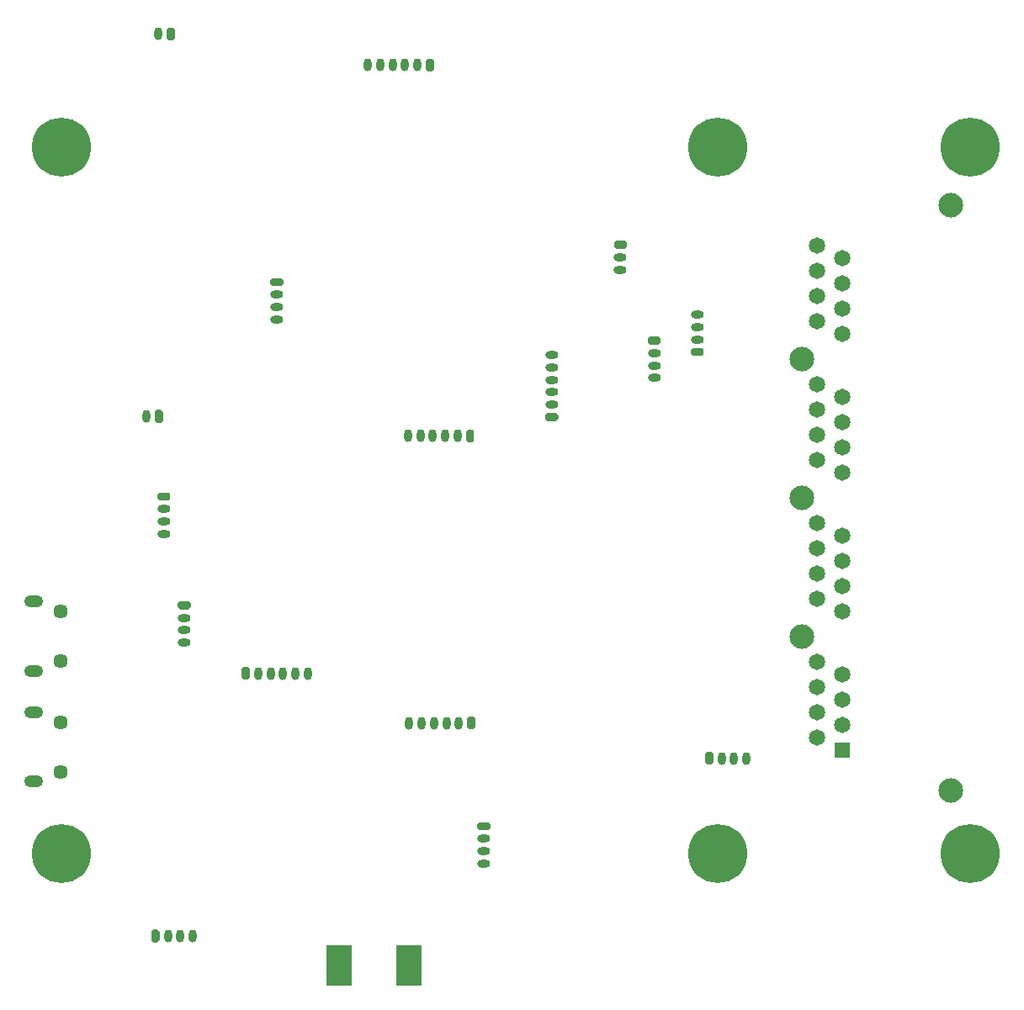
<source format=gbr>
G04 #@! TF.GenerationSoftware,KiCad,Pcbnew,(5.1.7)-1*
G04 #@! TF.CreationDate,2020-11-09T22:13:17+01:00*
G04 #@! TF.ProjectId,vario,76617269-6f2e-46b6-9963-61645f706362,v1.0*
G04 #@! TF.SameCoordinates,Original*
G04 #@! TF.FileFunction,Soldermask,Bot*
G04 #@! TF.FilePolarity,Negative*
%FSLAX46Y46*%
G04 Gerber Fmt 4.6, Leading zero omitted, Abs format (unit mm)*
G04 Created by KiCad (PCBNEW (5.1.7)-1) date 2020-11-09 22:13:17*
%MOMM*%
%LPD*%
G01*
G04 APERTURE LIST*
%ADD10C,5.940000*%
%ADD11O,1.300000X0.800000*%
%ADD12O,0.800000X1.300000*%
%ADD13R,2.665000X4.190000*%
%ADD14O,1.900000X1.200000*%
%ADD15C,1.450000*%
%ADD16R,1.650000X1.650000*%
%ADD17C,1.650000*%
%ADD18C,2.475000*%
G04 APERTURE END LIST*
D10*
X200220000Y-119570000D03*
X200220000Y-48480000D03*
X134180000Y-119570000D03*
X225620000Y-119570000D03*
X225620000Y-48450000D03*
X134180000Y-48480000D03*
G36*
G01*
X183940000Y-76050000D02*
X183040000Y-76050000D01*
G75*
G02*
X182840000Y-75850000I0J200000D01*
G01*
X182840000Y-75450000D01*
G75*
G02*
X183040000Y-75250000I200000J0D01*
G01*
X183940000Y-75250000D01*
G75*
G02*
X184140000Y-75450000I0J-200000D01*
G01*
X184140000Y-75850000D01*
G75*
G02*
X183940000Y-76050000I-200000J0D01*
G01*
G37*
D11*
X183490000Y-74400000D03*
X183490000Y-73150000D03*
X183490000Y-71900000D03*
X183490000Y-70650000D03*
X183490000Y-69400000D03*
D12*
X142702000Y-75570000D03*
G36*
G01*
X144352000Y-75120000D02*
X144352000Y-76020000D01*
G75*
G02*
X144152000Y-76220000I-200000J0D01*
G01*
X143752000Y-76220000D01*
G75*
G02*
X143552000Y-76020000I0J200000D01*
G01*
X143552000Y-75120000D01*
G75*
G02*
X143752000Y-74920000I200000J0D01*
G01*
X144152000Y-74920000D01*
G75*
G02*
X144352000Y-75120000I0J-200000D01*
G01*
G37*
G36*
G01*
X152290000Y-101900000D02*
X152290000Y-101000000D01*
G75*
G02*
X152490000Y-100800000I200000J0D01*
G01*
X152890000Y-100800000D01*
G75*
G02*
X153090000Y-101000000I0J-200000D01*
G01*
X153090000Y-101900000D01*
G75*
G02*
X152890000Y-102100000I-200000J0D01*
G01*
X152490000Y-102100000D01*
G75*
G02*
X152290000Y-101900000I0J200000D01*
G01*
G37*
X153940000Y-101450000D03*
X155190000Y-101450000D03*
X156440000Y-101450000D03*
X157690000Y-101450000D03*
X158940000Y-101450000D03*
G36*
G01*
X143210000Y-128340000D02*
X143210000Y-127440000D01*
G75*
G02*
X143410000Y-127240000I200000J0D01*
G01*
X143810000Y-127240000D01*
G75*
G02*
X144010000Y-127440000I0J-200000D01*
G01*
X144010000Y-128340000D01*
G75*
G02*
X143810000Y-128540000I-200000J0D01*
G01*
X143410000Y-128540000D01*
G75*
G02*
X143210000Y-128340000I0J200000D01*
G01*
G37*
X144860000Y-127890000D03*
X146110000Y-127890000D03*
X147360000Y-127890000D03*
G36*
G01*
X155370000Y-61670000D02*
X156270000Y-61670000D01*
G75*
G02*
X156470000Y-61870000I0J-200000D01*
G01*
X156470000Y-62270000D01*
G75*
G02*
X156270000Y-62470000I-200000J0D01*
G01*
X155370000Y-62470000D01*
G75*
G02*
X155170000Y-62270000I0J200000D01*
G01*
X155170000Y-61870000D01*
G75*
G02*
X155370000Y-61670000I200000J0D01*
G01*
G37*
D11*
X155820000Y-63320000D03*
X155820000Y-64570000D03*
X155820000Y-65820000D03*
G36*
G01*
X145560000Y-36630000D02*
X145560000Y-37530000D01*
G75*
G02*
X145360000Y-37730000I-200000J0D01*
G01*
X144960000Y-37730000D01*
G75*
G02*
X144760000Y-37530000I0J200000D01*
G01*
X144760000Y-36630000D01*
G75*
G02*
X144960000Y-36430000I200000J0D01*
G01*
X145360000Y-36430000D01*
G75*
G02*
X145560000Y-36630000I0J-200000D01*
G01*
G37*
D12*
X143910000Y-37080000D03*
D11*
X176640000Y-120600000D03*
X176640000Y-119350000D03*
X176640000Y-118100000D03*
G36*
G01*
X176190000Y-116450000D02*
X177090000Y-116450000D01*
G75*
G02*
X177290000Y-116650000I0J-200000D01*
G01*
X177290000Y-117050000D01*
G75*
G02*
X177090000Y-117250000I-200000J0D01*
G01*
X176190000Y-117250000D01*
G75*
G02*
X175990000Y-117050000I0J200000D01*
G01*
X175990000Y-116650000D01*
G75*
G02*
X176190000Y-116450000I200000J0D01*
G01*
G37*
G36*
G01*
X146050000Y-94200000D02*
X146950000Y-94200000D01*
G75*
G02*
X147150000Y-94400000I0J-200000D01*
G01*
X147150000Y-94800000D01*
G75*
G02*
X146950000Y-95000000I-200000J0D01*
G01*
X146050000Y-95000000D01*
G75*
G02*
X145850000Y-94800000I0J200000D01*
G01*
X145850000Y-94400000D01*
G75*
G02*
X146050000Y-94200000I200000J0D01*
G01*
G37*
X146500000Y-95850000D03*
X146500000Y-97100000D03*
X146500000Y-98350000D03*
X193810000Y-71700000D03*
X193810000Y-70450000D03*
X193810000Y-69200000D03*
G36*
G01*
X193360000Y-67550000D02*
X194260000Y-67550000D01*
G75*
G02*
X194460000Y-67750000I0J-200000D01*
G01*
X194460000Y-68150000D01*
G75*
G02*
X194260000Y-68350000I-200000J0D01*
G01*
X193360000Y-68350000D01*
G75*
G02*
X193160000Y-68150000I0J200000D01*
G01*
X193160000Y-67750000D01*
G75*
G02*
X193360000Y-67550000I200000J0D01*
G01*
G37*
G36*
G01*
X189940000Y-57890000D02*
X190840000Y-57890000D01*
G75*
G02*
X191040000Y-58090000I0J-200000D01*
G01*
X191040000Y-58490000D01*
G75*
G02*
X190840000Y-58690000I-200000J0D01*
G01*
X189940000Y-58690000D01*
G75*
G02*
X189740000Y-58490000I0J200000D01*
G01*
X189740000Y-58090000D01*
G75*
G02*
X189940000Y-57890000I200000J0D01*
G01*
G37*
X190390000Y-59540000D03*
X190390000Y-60790000D03*
G36*
G01*
X198580000Y-69480000D02*
X197680000Y-69480000D01*
G75*
G02*
X197480000Y-69280000I0J200000D01*
G01*
X197480000Y-68880000D01*
G75*
G02*
X197680000Y-68680000I200000J0D01*
G01*
X198580000Y-68680000D01*
G75*
G02*
X198780000Y-68880000I0J-200000D01*
G01*
X198780000Y-69280000D01*
G75*
G02*
X198580000Y-69480000I-200000J0D01*
G01*
G37*
X198130000Y-67830000D03*
X198130000Y-66580000D03*
X198130000Y-65330000D03*
D12*
X169130000Y-106440000D03*
X170380000Y-106440000D03*
X171630000Y-106440000D03*
X172880000Y-106440000D03*
X174130000Y-106440000D03*
G36*
G01*
X175780000Y-105990000D02*
X175780000Y-106890000D01*
G75*
G02*
X175580000Y-107090000I-200000J0D01*
G01*
X175180000Y-107090000D01*
G75*
G02*
X174980000Y-106890000I0J200000D01*
G01*
X174980000Y-105990000D01*
G75*
G02*
X175180000Y-105790000I200000J0D01*
G01*
X175580000Y-105790000D01*
G75*
G02*
X175780000Y-105990000I0J-200000D01*
G01*
G37*
X164970000Y-40200000D03*
X166220000Y-40200000D03*
X167470000Y-40200000D03*
X168720000Y-40200000D03*
X169970000Y-40200000D03*
G36*
G01*
X171620000Y-39750000D02*
X171620000Y-40650000D01*
G75*
G02*
X171420000Y-40850000I-200000J0D01*
G01*
X171020000Y-40850000D01*
G75*
G02*
X170820000Y-40650000I0J200000D01*
G01*
X170820000Y-39750000D01*
G75*
G02*
X171020000Y-39550000I200000J0D01*
G01*
X171420000Y-39550000D01*
G75*
G02*
X171620000Y-39750000I0J-200000D01*
G01*
G37*
X203070000Y-110000000D03*
X201820000Y-110000000D03*
X200570000Y-110000000D03*
G36*
G01*
X198920000Y-110450000D02*
X198920000Y-109550000D01*
G75*
G02*
X199120000Y-109350000I200000J0D01*
G01*
X199520000Y-109350000D01*
G75*
G02*
X199720000Y-109550000I0J-200000D01*
G01*
X199720000Y-110450000D01*
G75*
G02*
X199520000Y-110650000I-200000J0D01*
G01*
X199120000Y-110650000D01*
G75*
G02*
X198920000Y-110450000I0J200000D01*
G01*
G37*
D11*
X144440000Y-87390000D03*
X144440000Y-86140000D03*
X144440000Y-84890000D03*
G36*
G01*
X143990000Y-83240000D02*
X144890000Y-83240000D01*
G75*
G02*
X145090000Y-83440000I0J-200000D01*
G01*
X145090000Y-83840000D01*
G75*
G02*
X144890000Y-84040000I-200000J0D01*
G01*
X143990000Y-84040000D01*
G75*
G02*
X143790000Y-83840000I0J200000D01*
G01*
X143790000Y-83440000D01*
G75*
G02*
X143990000Y-83240000I200000J0D01*
G01*
G37*
G36*
G01*
X175660000Y-77100000D02*
X175660000Y-78000000D01*
G75*
G02*
X175460000Y-78200000I-200000J0D01*
G01*
X175060000Y-78200000D01*
G75*
G02*
X174860000Y-78000000I0J200000D01*
G01*
X174860000Y-77100000D01*
G75*
G02*
X175060000Y-76900000I200000J0D01*
G01*
X175460000Y-76900000D01*
G75*
G02*
X175660000Y-77100000I0J-200000D01*
G01*
G37*
D12*
X174010000Y-77550000D03*
X172760000Y-77550000D03*
X171510000Y-77550000D03*
X170260000Y-77550000D03*
X169010000Y-77550000D03*
D13*
X162087500Y-130820000D03*
X169072500Y-130820000D03*
D14*
X131372500Y-112340000D03*
X131372500Y-105340000D03*
D15*
X134072500Y-111340000D03*
X134072500Y-106340000D03*
X134062500Y-95210000D03*
X134062500Y-100210000D03*
D14*
X131362500Y-94210000D03*
X131362500Y-101210000D03*
D16*
X212730000Y-109200000D03*
D17*
X210190000Y-107930000D03*
X212730000Y-106660000D03*
X210190000Y-105390000D03*
X212730000Y-104120000D03*
X210190000Y-102850000D03*
X212730000Y-101580000D03*
X210190000Y-100310000D03*
X212730000Y-95230000D03*
X210190000Y-93960000D03*
X212730000Y-92690000D03*
X210190000Y-91420000D03*
X212730000Y-90150000D03*
X210190000Y-88880000D03*
X212730000Y-87610000D03*
X210190000Y-86340000D03*
X212730000Y-81260000D03*
X210190000Y-79990000D03*
X212730000Y-78720000D03*
X210190000Y-77450000D03*
X212730000Y-76180000D03*
X210190000Y-74910000D03*
X212730000Y-73640000D03*
X210190000Y-72370000D03*
X212730000Y-67290000D03*
X210190000Y-66020000D03*
X212730000Y-64750000D03*
X210190000Y-63480000D03*
X212730000Y-62210000D03*
X210190000Y-60940000D03*
X212730000Y-59670000D03*
X210190000Y-58400000D03*
D18*
X223650000Y-113260000D03*
X208670000Y-97770000D03*
X208670000Y-83800000D03*
X208670000Y-69830000D03*
X223650000Y-54340000D03*
M02*

</source>
